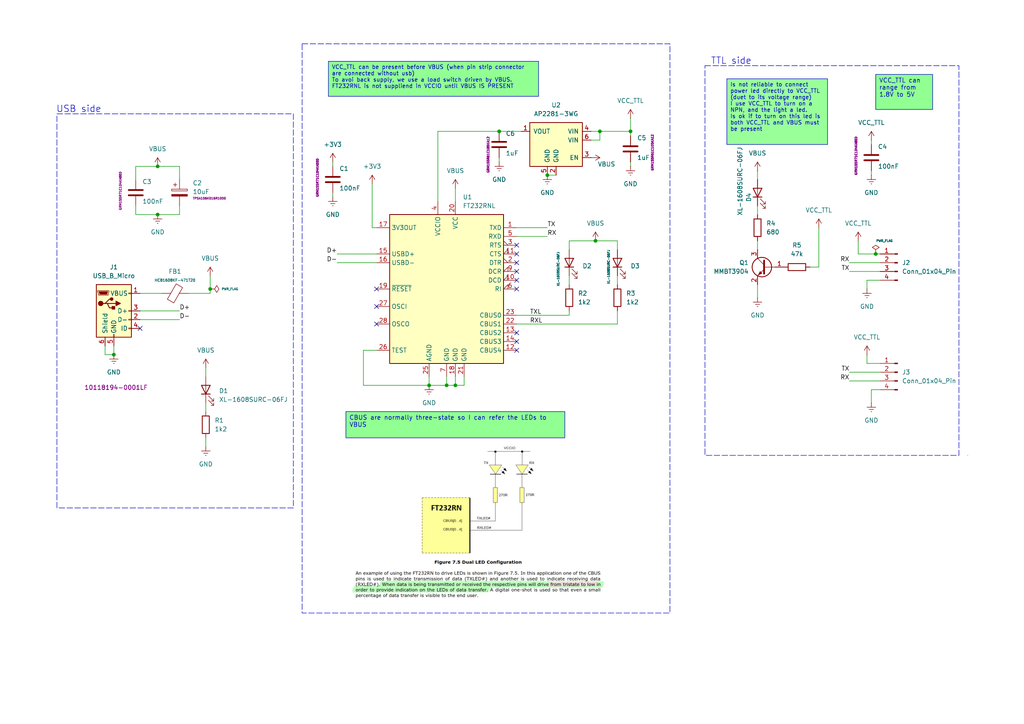
<source format=kicad_sch>
(kicad_sch (version 20250114) (generator "eeschema") (generator_version "9.0")
  (paper "A4")
  (title_block (title "Usb/TTL 1.8V to 5V interface") (date "2025-03-28") (rev "1") (company "Mastupristi Circuitry"))
  (lib_symbols
    (symbol "Connector:Conn_01x04_Pin" (pin_names (offset 1.016) (hide yes))
      (property "Reference" "J" (at 0 5.08 0))
      (property "Value" "Conn_01x04_Pin" (at 0 -7.62 0))
      (symbol "Conn_01x04_Pin_1_1"
        (rectangle (start 0.8636 2.667) (end 0 2.413) (stroke (width 0.1524)) (fill (type outline)))
        (rectangle (start 0.8636 0.127) (end 0 -0.127) (stroke (width 0.1524)) (fill (type outline)))
        (rectangle (start 0.8636 -2.413) (end 0 -2.667) (stroke (width 0.1524)) (fill (type outline)))
        (rectangle (start 0.8636 -4.953) (end 0 -5.207) (stroke (width 0.1524)) (fill (type outline)))
        (polyline (pts (xy 1.27 2.54) (xy 0.8636 2.54)) (stroke (width 0.1524)))
        (polyline (pts (xy 1.27 0) (xy 0.8636 0)) (stroke (width 0.1524)))
        (polyline (pts (xy 1.27 -2.54) (xy 0.8636 -2.54)) (stroke (width 0.1524)))
        (polyline (pts (xy 1.27 -5.08) (xy 0.8636 -5.08)) (stroke (width 0.1524)))
        (pin passive line (at 5.08 2.54 180) (length 3.81) (name "Pin_1") (number "1"))
        (pin passive line (at 5.08 0 180) (length 3.81) (name "Pin_2") (number "2"))
        (pin passive line (at 5.08 -2.54 180) (length 3.81) (name "Pin_3") (number "3"))
        (pin passive line (at 5.08 -5.08 180) (length 3.81) (name "Pin_4") (number "4"))
      )
    )
    (symbol "Connector:USB_B_Micro" (pin_names (offset 1.016))
      (property "Reference" "J" (at -5.08 11.43 0))
      (property "Value" "USB_B_Micro" (at -5.08 8.89 0))
      (symbol "USB_B_Micro_0_1"
        (rectangle (start -5.08 -7.62) (end 5.08 7.62) (stroke (width 0.254)) (fill (type background)))
        (polyline (pts (xy -4.699 5.842) (xy -4.699 5.588) (xy -4.445 4.826) (xy -4.445 4.572) (xy -1.651 4.572) (xy -1.651 4.826) (xy -1.397 5.588) (xy -1.397 5.842) (xy -4.699 5.842)))
        (polyline (pts (xy -4.318 5.588) (xy -1.778 5.588) (xy -2.032 4.826) (xy -4.064 4.826) (xy -4.318 5.588)) (fill (type outline)))
        (circle (center -3.81 2.159) (radius 0.635) (stroke (width 0.254)) (fill (type outline)))
        (polyline (pts (xy -3.175 2.159) (xy -2.54 2.159) (xy -1.27 3.429) (xy -0.635 3.429)) (stroke (width 0.254)))
        (polyline (pts (xy -2.54 2.159) (xy -1.905 2.159) (xy -1.27 0.889) (xy 0 0.889)) (stroke (width 0.254)))
        (polyline (pts (xy -1.905 2.159) (xy 0.635 2.159)) (stroke (width 0.254)))
        (circle (center -0.635 3.429) (radius 0.381) (stroke (width 0.254)) (fill (type outline)))
        (rectangle (start -0.127 -7.62) (end 0.127 -6.858))
        (rectangle (start 0.254 1.27) (end -0.508 0.508) (stroke (width 0.254)) (fill (type outline)))
        (polyline (pts (xy 0.635 2.794) (xy 0.635 1.524) (xy 1.905 2.159) (xy 0.635 2.794)) (stroke (width 0.254)) (fill (type outline)))
        (rectangle (start 5.08 4.953) (end 4.318 5.207))
        (rectangle (start 5.08 -0.127) (end 4.318 0.127))
        (rectangle (start 5.08 -2.667) (end 4.318 -2.413))
        (rectangle (start 5.08 -5.207) (end 4.318 -4.953))
      )
      (symbol "USB_B_Micro_1_1"
        (pin passive line (at -2.54 -10.16 90) (length 2.54) (name "Shield") (number "6"))
        (pin power_out line (at 0 -10.16 90) (length 2.54) (name "GND") (number "5"))
        (pin power_out line (at 7.62 5.08 180) (length 2.54) (name "VBUS") (number "1"))
        (pin bidirectional line (at 7.62 0 180) (length 2.54) (name "D+") (number "3"))
        (pin bidirectional line (at 7.62 -2.54 180) (length 2.54) (name "D-") (number "2"))
        (pin passive line (at 7.62 -5.08 180) (length 2.54) (name "ID") (number "4"))
      )
    )
    (symbol "Device:C" (pin_numbers (hide yes)) (pin_names (offset 0.254))
      (property "Reference" "C" (at 0.635 2.54 0))
      (property "Value" "C" (at 0.635 -2.54 0))
      (symbol "C_0_1"
        (polyline (pts (xy -2.032 0.762) (xy 2.032 0.762)) (stroke (width 0.508)))
        (polyline (pts (xy -2.032 -0.762) (xy 2.032 -0.762)) (stroke (width 0.508)))
      )
      (symbol "C_1_1"
        (pin passive line (at 0 3.81 270) (length 2.794) (name "~") (number "1"))
        (pin passive line (at 0 -3.81 90) (length 2.794) (name "~") (number "2"))
      )
    )
    (symbol "Device:C_Polarized" (pin_numbers (hide yes)) (pin_names (offset 0.254))
      (property "Reference" "C" (at 0.635 2.54 0))
      (property "Value" "C_Polarized" (at 0.635 -2.54 0))
      (symbol "C_Polarized_0_1"
        (rectangle (start -2.286 0.508) (end 2.286 1.016))
        (polyline (pts (xy -1.778 2.286) (xy -0.762 2.286)))
        (polyline (pts (xy -1.27 2.794) (xy -1.27 1.778)))
        (rectangle (start 2.286 -0.508) (end -2.286 -1.016) (fill (type outline)))
      )
      (symbol "C_Polarized_1_1"
        (pin passive line (at 0 3.81 270) (length 2.794) (name "~") (number "1"))
        (pin passive line (at 0 -3.81 90) (length 2.794) (name "~") (number "2"))
      )
    )
    (symbol "Device:FerriteBead" (pin_numbers (hide yes)) (pin_names (offset 0))
      (property "Reference" "FB" (at -3.81 0.635 90))
      (property "Value" "FerriteBead" (at 3.81 0 90))
      (symbol "FerriteBead_0_1"
        (polyline (pts (xy -2.7686 0.4064) (xy -1.7018 2.2606) (xy 2.7686 -0.3048) (xy 1.6764 -2.159) (xy -2.7686 0.4064)))
        (polyline (pts (xy 0 1.27) (xy 0 1.2954)))
        (polyline (pts (xy 0 -1.27) (xy 0 -1.2192)))
      )
      (symbol "FerriteBead_1_1"
        (pin passive line (at 0 3.81 270) (length 2.54) (name "~") (number "1"))
        (pin passive line (at 0 -3.81 90) (length 2.54) (name "~") (number "2"))
      )
    )
    (symbol "Device:LED" (pin_numbers (hide yes)) (pin_names (offset 1.016) (hide yes))
      (property "Reference" "D" (at 0 2.54 0))
      (property "Value" "LED" (at 0 -2.54 0))
      (symbol "LED_0_1"
        (polyline (pts (xy -3.048 -0.762) (xy -4.572 -2.286) (xy -3.81 -2.286) (xy -4.572 -2.286) (xy -4.572 -1.524)))
        (polyline (pts (xy -1.778 -0.762) (xy -3.302 -2.286) (xy -2.54 -2.286) (xy -3.302 -2.286) (xy -3.302 -1.524)))
        (polyline (pts (xy -1.27 0) (xy 1.27 0)))
        (polyline (pts (xy -1.27 -1.27) (xy -1.27 1.27)) (stroke (width 0.254)))
        (polyline (pts (xy 1.27 -1.27) (xy 1.27 1.27) (xy -1.27 0) (xy 1.27 -1.27)) (stroke (width 0.254)))
      )
      (symbol "LED_1_1"
        (pin passive line (at -3.81 0 0) (length 2.54) (name "K") (number "1"))
        (pin passive line (at 3.81 0 180) (length 2.54) (name "A") (number "2"))
      )
    )
    (symbol "Device:R" (pin_numbers (hide yes)) (pin_names (offset 0))
      (property "Reference" "R" (at 2.032 0 90))
      (property "Value" "R" (at 0 0 90))
      (symbol "R_0_1"
        (rectangle (start -1.016 -2.54) (end 1.016 2.54) (stroke (width 0.254)))
      )
      (symbol "R_1_1"
        (pin passive line (at 0 3.81 270) (length 1.27) (name "~") (number "1"))
        (pin passive line (at 0 -3.81 90) (length 1.27) (name "~") (number "2"))
      )
    )
    (symbol "Transistor_BJT:MMBT3904" (pin_names (offset 0) (hide yes))
      (property "Reference" "Q" (at 5.08 1.905 0))
      (property "Value" "MMBT3904" (at 5.08 0 0))
      (symbol "MMBT3904_0_1"
        (polyline (pts (xy -2.54 0) (xy 0.635 0)))
        (polyline (pts (xy 0.635 1.905) (xy 0.635 -1.905)) (stroke (width 0.508)))
        (circle (center 1.27 0) (radius 2.8194) (stroke (width 0.254)))
      )
      (symbol "MMBT3904_1_1"
        (polyline (pts (xy 0.635 0.635) (xy 2.54 2.54)))
        (polyline (pts (xy 0.635 -0.635) (xy 2.54 -2.54)))
        (polyline (pts (xy 1.27 -1.778) (xy 1.778 -1.27) (xy 2.286 -2.286) (xy 1.27 -1.778)) (fill (type outline)))
        (pin input line (at -5.08 0 0) (length 2.54) (name "B") (number "1"))
        (pin passive line (at 2.54 5.08 270) (length 2.54) (name "C") (number "3"))
        (pin passive line (at 2.54 -5.08 90) (length 2.54) (name "E") (number "2"))
      )
    )
    (symbol "power:+3V3" (power) (pin_numbers (hide yes)) (pin_names (offset 0) (hide yes))
      (property "Value" "+3V3" (at 0 3.556 0))
      (symbol "+3V3_0_1"
        (polyline (pts (xy -0.762 1.27) (xy 0 2.54)))
        (polyline (pts (xy 0 2.54) (xy 0.762 1.27)))
        (polyline (pts (xy 0 0) (xy 0 2.54)))
      )
      (symbol "+3V3_1_1"
        (pin power_in line (at 0 0 90) (length 0) (name "~") (number "1"))
      )
    )
    (symbol "power:GNDREF" (power) (pin_numbers (hide yes)) (pin_names (offset 0) (hide yes))
      (property "Value" "GNDREF" (at 0 -3.81 0))
      (symbol "GNDREF_0_1"
        (polyline (pts (xy -0.635 -1.905) (xy 0.635 -1.905)))
        (polyline (pts (xy -0.127 -2.54) (xy 0.127 -2.54)))
        (polyline (pts (xy 0 -1.27) (xy 0 0)))
        (polyline (pts (xy 1.27 -1.27) (xy -1.27 -1.27)))
      )
      (symbol "GNDREF_1_1"
        (pin power_in line (at 0 0 270) (length 0) (name "~") (number "1"))
      )
    )
    (symbol "power:PWR_FLAG" (power) (pin_numbers (hide yes)) (pin_names (offset 0) (hide yes))
      (property "Value" "PWR_FLAG" (at 0 3.81 0))
      (symbol "PWR_FLAG_0_0"
        (pin power_out line (at 0 0 90) (length 0) (name "~") (number "1"))
      )
      (symbol "PWR_FLAG_0_1"
        (polyline (pts (xy 0 0) (xy 0 1.27) (xy -1.016 1.905) (xy 0 2.54) (xy 1.016 1.905) (xy 0 1.27)))
      )
    )
    (symbol "power:VBUS" (power) (pin_numbers (hide yes)) (pin_names (offset 0) (hide yes))
      (property "Value" "VBUS" (at 0 3.556 0))
      (symbol "VBUS_0_1"
        (polyline (pts (xy -0.762 1.27) (xy 0 2.54)))
        (polyline (pts (xy 0 2.54) (xy 0.762 1.27)))
        (polyline (pts (xy 0 0) (xy 0 2.54)))
      )
      (symbol "VBUS_1_1"
        (pin power_in line (at 0 0 90) (length 0) (name "~") (number "1"))
      )
    )
    (symbol "power:VCC" (power) (pin_numbers (hide yes)) (pin_names (offset 0) (hide yes))
      (property "Value" "VCC" (at 0 3.556 0))
      (symbol "VCC_0_1"
        (polyline (pts (xy -0.762 1.27) (xy 0 2.54)))
        (polyline (pts (xy 0 2.54) (xy 0.762 1.27)))
        (polyline (pts (xy 0 0) (xy 0 2.54)))
      )
      (symbol "VCC_1_1"
        (pin power_in line (at 0 0 90) (length 0) (name "~") (number "1"))
      )
    )
    (symbol "usb_uart_1V8:AP2281-3WG" (pin_names (offset 1.016))
      (property "Reference" "U" (at -7.62 8.89 0))
      (property "Value" "AP2281-3WG" (at 7.62 8.89 0))
      (symbol "AP2281-3WG_0_1"
        (rectangle (start -7.62 7.62) (end 7.62 -5.08) (stroke (width 0.254)) (fill (type background)))
      )
      (symbol "AP2281-3WG_1_1"
        (pin power_in line (at -10.16 5.08 0) (length 2.54) (name "VIN") (number "4"))
        (pin power_in line (at -10.16 2.54 0) (length 2.54) (name "VIN") (number "6"))
        (pin input line (at -10.16 -2.54 0) (length 2.54) (name "EN") (number "3"))
        (pin power_in line (at 0 -7.62 90) (length 2.54) (name "GND") (number "2"))
        (pin power_in line (at 2.54 -7.62 90) (length 2.54) (name "GND") (number "5"))
        (pin power_out line (at 10.16 5.08 180) (length 2.54) (name "VOUT") (number "1"))
      )
    )
    (symbol "usb_uart_1V8:FT232RNL"
      (property "Reference" "U" (at -16.51 22.86 0))
      (property "Value" "FT232RNL" (at 10.16 22.86 0))
      (symbol "FT232RNL_0_1"
        (rectangle (start -16.51 21.59) (end 16.51 -21.59) (stroke (width 0.254)) (fill (type background)))
      )
      (symbol "FT232RNL_1_1"
        (pin power_out line (at -20.32 17.78 0) (length 3.81) (name "3V3OUT") (number "17"))
        (pin bidirectional line (at -20.32 10.16 0) (length 3.81) (name "USBD+") (number "15"))
        (pin bidirectional line (at -20.32 7.62 0) (length 3.81) (name "USBD-") (number "16"))
        (pin input line (at -20.32 0 0) (length 3.81) (name "~{RESET}") (number "19"))
        (pin input line (at -20.32 -5.08 0) (length 3.81) (name "OSCI") (number "27"))
        (pin output line (at -20.32 -10.16 0) (length 3.81) (name "OSCO") (number "28"))
        (pin input line (at -20.32 -17.78 0) (length 3.81) (name "TEST") (number "26"))
        (pin power_in line (at -5.08 -25.4 90) (length 3.81) (name "AGND") (number "25"))
        (pin power_in line (at -2.54 25.4 270) (length 3.81) (name "VCCIO") (number "4"))
        (pin power_in line (at 0 -25.4 90) (length 3.81) (name "GND") (number "7"))
        (pin power_in line (at 2.54 25.4 270) (length 3.81) (name "VCC") (number "20"))
        (pin power_in line (at 2.54 -25.4 90) (length 3.81) (name "GND") (number "18"))
        (pin power_in line (at 5.08 -25.4 90) (length 3.81) (name "GND") (number "21"))
        (pin output line (at 20.32 17.78 180) (length 3.81) (name "TXD") (number "1"))
        (pin input line (at 20.32 15.24 180) (length 3.81) (name "RXD") (number "5"))
        (pin output output_low (at 20.32 12.7 180) (length 3.81) (name "RTS") (number "3"))
        (pin input input_low (at 20.32 10.16 180) (length 3.81) (name "CTS") (number "11"))
        (pin output output_low (at 20.32 7.62 180) (length 3.81) (name "DTR") (number "2"))
        (pin input input_low (at 20.32 5.08 180) (length 3.81) (name "DCR") (number "9"))
        (pin input input_low (at 20.32 2.54 180) (length 3.81) (name "DCD") (number "10"))
        (pin input input_low (at 20.32 0 180) (length 3.81) (name "RI") (number "6"))
        (pin bidirectional line (at 20.32 -7.62 180) (length 3.81) (name "CBUS0") (number "23"))
        (pin bidirectional line (at 20.32 -10.16 180) (length 3.81) (name "CBUS1") (number "22"))
        (pin bidirectional line (at 20.32 -12.7 180) (length 3.81) (name "CBUS2") (number "13"))
        (pin bidirectional line (at 20.32 -15.24 180) (length 3.81) (name "CBUS3") (number "14"))
        (pin bidirectional line (at 20.32 -17.78 180) (length 3.81) (name "CBUS4") (number "12"))
      )
    )
  )
  (rectangle (start 204.47 19.05) (end 278.13 132.08) (stroke (width 0) (type dash)))
  (rectangle (start 280.67 132.08) (end 280.67 132.08))
  (rectangle (start 16.51 33.02) (end 85.09 147.32) (stroke (width 0) (type dash)))
  (rectangle (start 87.63 12.7) (end 194.31 177.8) (stroke (width 0) (type dash)))
  (text "USB side" (at 22.86 31.75 0) (effects (font (size 1.905 1.905))))
  (text "TTL side" (at 212.09 17.78 0) (effects (font (size 1.905 1.905))))
  (text_box "CBUS are normally three-state so I can refer the LEDs to VBUS" (at 100.33 119.38 0) (size 63.5 7.62) (margins 0.9525 0.9525 0.9525 0.9525) (fill (type color) (color 0 255 0 0.43)) (effects (font (size 1.27 1.27)) (justify left top)))
  (text_box "VCC_TTL can be present before VBUS (when pin strip connector are connected without usb)\nTo avoi back supply, we use a load switch driven by VBUS. FT232RNL is not suppliend in VCCIO until VBUS IS PRESENT" (at 95.25 17.78 0) (size 60.96 10.16) (margins 0.9525 0.9525 0.9525 0.9525) (fill (type color) (color 0 255 0 0.43)) (effects (font (size 1.143 1.143)) (justify left top)))
  (text_box "VCC_TTL can range from 1.8V to 5V" (at 254 21.59 0) (size 16.51 10.16) (margins 0.9525 0.9525 0.9525 0.9525) (fill (type color) (color 0 255 0 0.43)) (effects (font (size 1.27 1.27)) (justify left top)))
  (text_box "Is not reliable to connect power led directly to VCC_TTL (duet to its voltage range)\nI use VCC_TTL to turn on a NPN, and the light a led.\nIs ok if to turn on this led is both VCC_TTL and VBUS must be present" (at 210.82 22.86 0) (size 29.21 19.05) (margins 0.9525 0.9525 0.9525 0.9525) (fill (type color) (color 0 255 0 0.4)) (effects (font (size 1.143 1.143)) (justify left top)))
  (junction (at 45.72 48.26))
  (junction (at 124.46 111.76))
  (junction (at 254 73.66))
  (junction (at 33.02 102.87))
  (junction (at 144.78 38.1))
  (junction (at 182.88 38.1))
  (junction (at 45.72 62.23))
  (junction (at 132.08 111.76))
  (junction (at 158.75 50.8))
  (junction (at 60.96 83.82))
  (junction (at 129.54 111.76))
  (junction (at 173.99 38.1))
  (junction (at 172.72 69.85))
  (no_connect (at 109.22 88.9))
  (no_connect (at 149.86 83.82))
  (no_connect (at 109.22 83.82))
  (no_connect (at 149.86 81.28))
  (no_connect (at 109.22 93.98))
  (no_connect (at 149.86 76.2))
  (no_connect (at 40.64 95.25))
  (no_connect (at 149.86 96.52))
  (no_connect (at 149.86 73.66))
  (no_connect (at 149.86 78.74))
  (no_connect (at 149.86 101.6))
  (no_connect (at 149.86 71.12))
  (no_connect (at 149.86 99.06))
  (wire (pts (xy 45.72 62.23) (xy 52.07 62.23)))
  (wire (pts (xy 165.1 69.85) (xy 172.72 69.85)))
  (wire (pts (xy 255.27 73.66) (xy 254 73.66)))
  (wire (pts (xy 179.07 80.01) (xy 179.07 82.55)))
  (wire (pts (xy 30.48 102.87) (xy 33.02 102.87)))
  (wire (pts (xy 144.78 45.72) (xy 144.78 46.99)))
  (wire (pts (xy 52.07 48.26) (xy 52.07 52.07)))
  (wire (pts (xy 129.54 111.76) (xy 132.08 111.76)))
  (wire (pts (xy 30.48 100.33) (xy 30.48 102.87)))
  (wire (pts (xy 107.95 66.04) (xy 107.95 53.34)))
  (wire (pts (xy 254 73.66) (xy 248.92 73.66)))
  (wire (pts (xy 59.69 127) (xy 59.69 129.54)))
  (wire (pts (xy 255.27 105.41) (xy 251.46 105.41)))
  (wire (pts (xy 255.27 76.2) (xy 246.38 76.2)))
  (wire (pts (xy 105.41 101.6) (xy 109.22 101.6)))
  (wire (pts (xy 237.49 66.04) (xy 237.49 77.47)))
  (wire (pts (xy 40.64 85.09) (xy 46.99 85.09)))
  (wire (pts (xy 151.13 38.1) (xy 144.78 38.1)))
  (wire (pts (xy 54.61 85.09) (xy 60.96 85.09)))
  (wire (pts (xy 132.08 109.22) (xy 132.08 111.76)))
  (wire (pts (xy 219.71 82.55) (xy 219.71 86.36)))
  (wire (pts (xy 109.22 66.04) (xy 107.95 66.04)))
  (wire (pts (xy 173.99 40.64) (xy 173.99 38.1)))
  (wire (pts (xy 179.07 93.98) (xy 179.07 90.17)))
  (wire (pts (xy 60.96 80.01) (xy 60.96 83.82)))
  (wire (pts (xy 182.88 38.1) (xy 182.88 39.37)))
  (wire (pts (xy 165.1 72.39) (xy 165.1 69.85)))
  (wire (pts (xy 40.64 92.71) (xy 52.07 92.71)))
  (wire (pts (xy 251.46 102.87) (xy 251.46 105.41)))
  (wire (pts (xy 127 38.1) (xy 127 58.42)))
  (wire (pts (xy 171.45 38.1) (xy 173.99 38.1)))
  (wire (pts (xy 105.41 111.76) (xy 105.41 101.6)))
  (wire (pts (xy 219.71 59.69) (xy 219.71 62.23)))
  (wire (pts (xy 161.29 50.8) (xy 158.75 50.8)))
  (wire (pts (xy 179.07 69.85) (xy 179.07 72.39)))
  (wire (pts (xy 39.37 62.23) (xy 45.72 62.23)))
  (wire (pts (xy 132.08 111.76) (xy 134.62 111.76)))
  (wire (pts (xy 248.92 73.66) (xy 248.92 69.85)))
  (wire (pts (xy 149.86 68.58) (xy 158.75 68.58)))
  (wire (pts (xy 172.72 69.85) (xy 179.07 69.85)))
  (wire (pts (xy 182.88 46.99) (xy 182.88 48.26)))
  (wire (pts (xy 39.37 48.26) (xy 39.37 52.07)))
  (wire (pts (xy 149.86 93.98) (xy 179.07 93.98)))
  (wire (pts (xy 96.52 46.99) (xy 96.52 48.26)))
  (wire (pts (xy 149.86 66.04) (xy 158.75 66.04)))
  (wire (pts (xy 237.49 77.47) (xy 234.95 77.47)))
  (wire (pts (xy 171.45 40.64) (xy 173.99 40.64)))
  (wire (pts (xy 255.27 113.03) (xy 252.73 113.03)))
  (wire (pts (xy 60.96 83.82) (xy 60.96 85.09)))
  (wire (pts (xy 124.46 111.76) (xy 105.41 111.76)))
  (wire (pts (xy 59.69 106.68) (xy 59.69 109.22)))
  (wire (pts (xy 165.1 80.01) (xy 165.1 82.55)))
  (wire (pts (xy 39.37 48.26) (xy 45.72 48.26)))
  (wire (pts (xy 219.71 49.53) (xy 219.71 52.07)))
  (wire (pts (xy 252.73 113.03) (xy 252.73 116.84)))
  (wire (pts (xy 124.46 111.76) (xy 129.54 111.76)))
  (wire (pts (xy 129.54 109.22) (xy 129.54 111.76)))
  (wire (pts (xy 127 38.1) (xy 144.78 38.1)))
  (wire (pts (xy 109.22 73.66) (xy 97.79 73.66)))
  (wire (pts (xy 255.27 78.74) (xy 246.38 78.74)))
  (wire (pts (xy 52.07 62.23) (xy 52.07 59.69)))
  (wire (pts (xy 59.69 116.84) (xy 59.69 119.38)))
  (wire (pts (xy 132.08 54.61) (xy 132.08 58.42)))
  (wire (pts (xy 45.72 48.26) (xy 52.07 48.26)))
  (wire (pts (xy 109.22 76.2) (xy 97.79 76.2)))
  (wire (pts (xy 252.73 40.64) (xy 252.73 41.91)))
  (wire (pts (xy 149.86 91.44) (xy 165.1 91.44)))
  (wire (pts (xy 124.46 109.22) (xy 124.46 111.76)))
  (wire (pts (xy 251.46 81.28) (xy 251.46 83.82)))
  (wire (pts (xy 39.37 59.69) (xy 39.37 62.23)))
  (wire (pts (xy 165.1 90.17) (xy 165.1 91.44)))
  (wire (pts (xy 255.27 110.49) (xy 246.38 110.49)))
  (wire (pts (xy 182.88 38.1) (xy 182.88 34.29)))
  (wire (pts (xy 252.73 49.53) (xy 252.73 50.8)))
  (wire (pts (xy 251.46 81.28) (xy 255.27 81.28)))
  (wire (pts (xy 134.62 111.76) (xy 134.62 109.22)))
  (wire (pts (xy 219.71 69.85) (xy 219.71 72.39)))
  (wire (pts (xy 40.64 90.17) (xy 52.07 90.17)))
  (wire (pts (xy 255.27 107.95) (xy 246.38 107.95)))
  (wire (pts (xy 33.02 100.33) (xy 33.02 102.87)))
  (wire (pts (xy 173.99 38.1) (xy 182.88 38.1)))
  (wire (pts (xy 96.52 55.88) (xy 96.52 57.15)))
  (image (at 138.43 151.13) (scale 0.714144))
  (label "RX" (at 158.75 68.58 0))
  (label "RXL" (at 153.67 93.98 0))
  (label "D-" (at 52.07 92.71 0))
  (label "TXL" (at 153.67 91.44 0))
  (label "TX" (at 158.75 66.04 0))
  (label "RX" (at 246.38 76.2 180))
  (label "RX" (at 246.38 110.49 180))
  (label "D+" (at 97.79 73.66 180))
  (label "TX" (at 246.38 107.95 180))
  (label "TX" (at 246.38 78.74 180))
  (label "D+" (at 52.07 90.17 0))
  (label "D-" (at 97.79 76.2 180))
  (symbol (lib_id "Device:R") (at 231.14 77.47 90) (unit 1)
    (property "Reference" "R5" (at 231.14 71.12 90))
    (property "Value" "47k" (at 231.14 73.66 90))
    (property "Footprint" "Resistor_SMD:R_0402_1005Metric" (effects (hide yes)))
    (property "Datasheet" "https://jlcpcb.com/api/file/downloadByFileSystemAccessId/8579705927001427968" (effects (hide yes)))
    (property "Description" "62.5mW Thick Film Resistors 50V ±100ppm/℃ ±1% 47kΩ 0402 Chip Resistor" (effects (hide yes)))
    (property "JLCPCB Part#" "C25792" (effects (hide yes)))
    (property "Field6" "0402WGF4702TCE" (effects (hide yes)))
  )
  (symbol (lib_id "Device:C") (at 39.37 55.88 0) (unit 1)
    (property "Reference" "C3" (at 41.275 52.705 0) (effects (justify left)))
    (property "Value" "100nF" (at 41.275 58.42 0) (effects (justify left)))
    (property "Footprint" "Capacitor_SMD:C_0402_1005Metric" (effects (hide yes)))
    (property "Datasheet" "https://jlcpcb.com/api/file/downloadByFileSystemAccessId/8588894173265342464" (effects (hide yes)))
    (property "Description" "GRM155R71C104KA88D" (at 34.925 60.96 90) (effects (font (size 0.635 0.635)) (justify left)))
    (property "JLCPCB Part#" "C71629" (effects (hide yes)))
  )
  (symbol (lib_id "usb_uart_1V8:AP2281-3WG") (at 161.29 43.18 0) (mirror y) (unit 1)
    (property "Reference" "U2" (at 161.29 30.48 0))
    (property "Value" "AP2281-3WG" (at 161.29 33.02 0))
    (property "Footprint" "Package_TO_SOT_SMD:SOT-23-6" (effects (hide yes)))
    (property "Datasheet" "https://www.diodes.com/datasheet/download/AP2281.pdf" (effects (hide yes)))
    (property "Description" "1.5V~6V 80mΩ 2A 1 SOT-26 Power Distribution Switches" (effects (hide yes)))
    (property "JLCPCB Part#" "C128634" (effects (hide yes)))
  )
  (symbol (lib_id "power:GNDREF") (at 144.78 46.99 0) (unit 1)
    (property "Reference" "#PWR024" (effects (hide yes)))
    (property "Value" "GND" (at 144.78 52.07 0))
    (property "Description" "Power symbol creates a global label with name \"GNDREF\" , reference supply ground" (effects (hide yes)))
  )
  (symbol (lib_id "power:GNDREF") (at 33.02 102.87 0) (unit 1)
    (property "Reference" "#PWR08" (effects (hide yes)))
    (property "Value" "GND" (at 33.02 107.95 0))
    (property "Description" "Power symbol creates a global label with name \"GNDREF\" , reference supply ground" (effects (hide yes)))
  )
  (symbol (lib_id "Device:LED") (at 165.1 76.2 90) (unit 1)
    (property "Reference" "D2" (at 168.91 77.1524 90) (effects (justify right)))
    (property "Value" "XL-1608SURC-06FJ" (at 161.925 73.025 0) (effects (font (size 0.635 0.635)) (justify right)))
    (property "Footprint" "LED_SMD:LED_0603_1608Metric" (effects (hide yes)))
    (property "Datasheet" "https://jlcpcb.com/api/file/downloadByFileSystemAccessId/8590903609712189440" (effects (hide yes)))
    (property "Description" "20mA Colorless transparent lens 600mcd Positive Stick 618nm~630nm -40℃~+90℃ Red 120° 75mW 1.8V~2.3V 0603 LED Indication" (effects (hide yes)))
    (property "Sim.Pins" "1=K 2=A" (effects (hide yes)))
    (property "JLCPCB Part#" "C7371900" (effects (hide yes)))
  )
  (symbol (lib_id "power:VCC") (at 252.73 40.64 0) (mirror y) (unit 1)
    (property "Reference" "#PWR016" (effects (hide yes)))
    (property "Value" "VCC_TTL" (at 252.73 35.56 0))
    (property "Description" "Power symbol creates a global label with name \"VCC\"" (effects (hide yes)))
  )
  (symbol (lib_id "power:VBUS") (at 45.72 48.26 0) (unit 1)
    (property "Reference" "#PWR010" (effects (hide yes)))
    (property "Value" "VBUS" (at 45.72 43.18 0))
    (property "Description" "Power symbol creates a global label with name \"VBUS\"" (effects (hide yes)))
  )
  (symbol (lib_id "power:GNDREF") (at 251.46 83.82 0) (mirror y) (unit 1)
    (property "Reference" "#PWR04" (effects (hide yes)))
    (property "Value" "GND" (at 251.46 88.9 0))
    (property "Description" "Power symbol creates a global label with name \"GNDREF\" , reference supply ground" (effects (hide yes)))
  )
  (symbol (lib_id "power:GNDREF") (at 96.52 57.15 0) (unit 1)
    (property "Reference" "#PWR015" (effects (hide yes)))
    (property "Value" "GND" (at 96.52 62.23 0))
    (property "Description" "Power symbol creates a global label with name \"GNDREF\" , reference supply ground" (effects (hide yes)))
  )
  (symbol (lib_id "power:GNDREF") (at 45.72 62.23 0) (unit 1)
    (property "Reference" "#PWR011" (effects (hide yes)))
    (property "Value" "GND" (at 45.72 67.31 0))
    (property "Description" "Power symbol creates a global label with name \"GNDREF\" , reference supply ground" (effects (hide yes)))
  )
  (symbol (lib_id "power:GNDREF") (at 252.73 116.84 0) (mirror y) (unit 1)
    (property "Reference" "#PWR03" (effects (hide yes)))
    (property "Value" "GND" (at 252.73 121.92 0))
    (property "Description" "Power symbol creates a global label with name \"GNDREF\" , reference supply ground" (effects (hide yes)))
  )
  (symbol (lib_id "Device:LED") (at 219.71 55.88 90) (unit 1)
    (property "Reference" "D4" (at 217.17 55.88 0) (effects (justify right)))
    (property "Value" "XL-1608SURC-06FJ" (at 214.63 42.545 0) (effects (justify right)))
    (property "Footprint" "LED_SMD:LED_0603_1608Metric" (effects (hide yes)))
    (property "Datasheet" "https://jlcpcb.com/api/file/downloadByFileSystemAccessId/8590903609712189440" (effects (hide yes)))
    (property "Description" "20mA Colorless transparent lens 600mcd Positive Stick 618nm~630nm -40℃~+90℃ Red 120° 75mW 1.8V~2.3V 0603 LED Indication" (effects (hide yes)))
    (property "Sim.Pins" "1=K 2=A" (effects (hide yes)))
    (property "JLCPCB Part#" "C7371900" (effects (hide yes)))
  )
  (symbol (lib_id "Device:R") (at 59.69 123.19 0) (unit 1)
    (property "Reference" "R1" (at 62.23 121.9199 0) (effects (justify left)))
    (property "Value" "1k2" (at 62.23 124.4599 0) (effects (justify left)))
    (property "Footprint" "Resistor_SMD:R_0402_1005Metric" (effects (hide yes)))
    (property "Description" "62.5mW Thick Film Resistors 50V ±100ppm/℃ ±1% 1.2kΩ 0402 Chip Resistor" (effects (hide yes)))
    (property "JLCPCB Part#" "C25862" (effects (hide yes)))
    (property "Field6" "0402WGF1201TCE" (effects (hide yes)))
  )
  (symbol (lib_id "power:VBUS") (at 171.45 45.72 270) (mirror x) (unit 1)
    (property "Reference" "#PWR020" (effects (hide yes)))
    (property "Value" "VBUS" (at 173.355 47.625 90) (effects (justify left)))
    (property "Description" "Power symbol creates a global label with name \"VBUS\"" (effects (hide yes)))
  )
  (symbol (lib_id "power:+3V3") (at 107.95 53.34 0) (unit 1)
    (property "Reference" "#PWR06" (effects (hide yes)))
    (property "Value" "+3V3" (at 107.95 48.26 0))
    (property "Description" "Power symbol creates a global label with name \"+3V3\"" (effects (hide yes)))
  )
  (symbol (lib_id "Device:LED") (at 179.07 76.2 90) (unit 1)
    (property "Reference" "D3" (at 182.88 77.1524 90) (effects (justify right)))
    (property "Value" "XL-1608SURC-06FJ" (at 176.53 72.39 0) (effects (font (size 0.635 0.635)) (justify right)))
    (property "Footprint" "LED_SMD:LED_0603_1608Metric" (effects (hide yes)))
    (property "Datasheet" "https://jlcpcb.com/api/file/downloadByFileSystemAccessId/8590903609712189440" (effects (hide yes)))
    (property "Description" "20mA Colorless transparent lens 600mcd Positive Stick 618nm~630nm -40℃~+90℃ Red 120° 75mW 1.8V~2.3V 0603 LED Indication" (effects (hide yes)))
    (property "Sim.Pins" "1=K 2=A" (effects (hide yes)))
    (property "JLCPCB Part#" "C7371900" (effects (hide yes)))
  )
  (symbol (lib_id "Connector:Conn_01x04_Pin") (at 260.35 76.2 0) (mirror y) (unit 1)
    (property "Reference" "J2" (at 261.62 76.1999 0) (effects (justify right)))
    (property "Value" "Conn_01x04_Pin" (at 261.62 78.7399 0) (effects (justify right)))
    (property "Footprint" "Connector_PinHeader_2.54mm:PinHeader_1x04_P2.54mm_Vertical" (effects (hide yes)))
    (property "Description" "Generic connector, single row, 01x04, script generated" (effects (hide yes)))
  )
  (symbol (lib_id "power:VBUS") (at 172.72 69.85 0) (unit 1)
    (property "Reference" "#PWR019" (effects (hide yes)))
    (property "Value" "VBUS" (at 172.72 64.77 0))
    (property "Description" "Power symbol creates a global label with name \"VBUS\"" (effects (hide yes)))
  )
  (symbol (lib_id "Device:C") (at 144.78 41.91 0) (unit 1)
    (property "Reference" "C6" (at 146.685 38.735 0) (effects (justify left)))
    (property "Value" "1uF" (at 146.685 44.45 0) (effects (justify left)))
    (property "Footprint" "Capacitor_SMD:C_0402_1005Metric" (effects (hide yes)))
    (property "Datasheet" "https://search.murata.co.jp/Ceramy/image/img/A01X/G101/ENG/GRM155R61C105KA12-01A.pdf" (effects (hide yes)))
    (property "Description" "GRM155R61C105KA12" (at 141.605 50.165 90) (effects (font (size 0.635 0.635)) (justify left)))
    (property "JLCPCB Part#" "C77006" (effects (hide yes)))
    (property "Field6" "16V 1uF X5R ±10% 0402 Multilayer Ceramic Capacitors" (effects (hide yes)))
  )
  (symbol (lib_id "power:VCC") (at 237.49 66.04 0) (mirror y) (unit 1)
    (property "Reference" "#PWR05" (effects (hide yes)))
    (property "Value" "VCC_TTL" (at 237.49 60.96 0))
    (property "Description" "Power symbol creates a global label with name \"VCC\"" (effects (hide yes)))
  )
  (symbol (lib_id "Device:FerriteBead") (at 50.8 85.09 90) (unit 1)
    (property "Reference" "FB1" (at 50.7492 78.74 90))
    (property "Value" "HCB1608KF-471T20" (at 50.7492 81.28 90) (effects (font (size 0.762 0.762))))
    (property "Footprint" "Resistor_SMD:R_0805_2012Metric" (effects (hide yes)))
    (property "Datasheet" "https://jlcpcb.com/api/file/downloadByFileSystemAccessId/8588932150485241856" (effects (hide yes)))
    (property "Description" "100mΩ ±25% 470Ω@100MHz 0603 Ferrite Beads" (effects (hide yes)))
    (property "JLCPCB Part#" "C356977" (effects (hide yes)))
  )
  (symbol (lib_id "power:VBUS") (at 60.96 80.01 0) (unit 1)
    (property "Reference" "#PWR09" (effects (hide yes)))
    (property "Value" "VBUS" (at 60.96 74.93 0))
    (property "Description" "Power symbol creates a global label with name \"VBUS\"" (effects (hide yes)))
  )
  (symbol (lib_id "power:VCC") (at 251.46 102.87 0) (mirror y) (unit 1)
    (property "Reference" "#PWR02" (effects (hide yes)))
    (property "Value" "VCC_TTL" (at 251.46 97.79 0))
    (property "Description" "Power symbol creates a global label with name \"VCC\"" (effects (hide yes)))
  )
  (symbol (lib_id "power:VBUS") (at 132.08 54.61 0) (unit 1)
    (property "Reference" "#PWR018" (effects (hide yes)))
    (property "Value" "VBUS" (at 132.08 49.53 0))
    (property "Description" "Power symbol creates a global label with name \"VBUS\"" (effects (hide yes)))
  )
  (symbol (lib_id "Device:C") (at 252.73 45.72 0) (unit 1)
    (property "Reference" "C4" (at 254.635 42.545 0) (effects (justify left)))
    (property "Value" "100nF" (at 254.635 48.26 0) (effects (justify left)))
    (property "Footprint" "Capacitor_SMD:C_0402_1005Metric" (effects (hide yes)))
    (property "Datasheet" "https://jlcpcb.com/api/file/downloadByFileSystemAccessId/8588894173265342464" (effects (hide yes)))
    (property "Description" "GRM155R71C104KA88D" (at 248.285 50.8 90) (effects (font (size 0.635 0.635)) (justify left)))
    (property "JLCPCB Part#" "C71629" (effects (hide yes)))
  )
  (symbol (lib_id "Device:LED") (at 59.69 113.03 90) (unit 1)
    (property "Reference" "D1" (at 63.5 113.3474 90) (effects (justify right)))
    (property "Value" "XL-1608SURC-06FJ" (at 63.5 115.8874 90) (effects (justify right)))
    (property "Footprint" "LED_SMD:LED_0603_1608Metric" (effects (hide yes)))
    (property "Datasheet" "https://jlcpcb.com/api/file/downloadByFileSystemAccessId/8590903609712189440" (effects (hide yes)))
    (property "Description" "20mA Colorless transparent lens 600mcd Positive Stick 618nm~630nm -40℃~+90℃ Red 120° 75mW 1.8V~2.3V 0603 LED Indication" (effects (hide yes)))
    (property "Sim.Pins" "1=K 2=A" (effects (hide yes)))
    (property "JLCPCB Part#" "C7371900" (effects (hide yes)))
  )
  (symbol (lib_id "power:GNDREF") (at 252.73 50.8 0) (unit 1)
    (property "Reference" "#PWR017" (effects (hide yes)))
    (property "Value" "GND" (at 252.73 55.88 0))
    (property "Description" "Power symbol creates a global label with name \"GNDREF\" , reference supply ground" (effects (hide yes)))
  )
  (symbol (lib_id "Device:R") (at 219.71 66.04 0) (unit 1)
    (property "Reference" "R4" (at 222.25 64.7699 0) (effects (justify left)))
    (property "Value" "680" (at 222.25 67.3099 0) (effects (justify left)))
    (property "Footprint" "Resistor_SMD:R_0402_1005Metric" (effects (hide yes)))
    (property "Datasheet" "https://jlcpcb.com/api/file/downloadByFileSystemAccessId/8579706055238078464" (effects (hide yes)))
    (property "Description" "62.5mW Thick Film Resistors 50V ±100ppm/℃ ±1% 680Ω 0402 Chip Resistor" (effects (hide yes)))
    (property "JLCPCB Part#" "C25130" (effects (hide yes)))
    (property "Field6" "0402WGF6800TCE" (effects (hide yes)))
  )
  (symbol (lib_id "power:VBUS") (at 59.69 106.68 0) (unit 1)
    (property "Reference" "#PWR012" (effects (hide yes)))
    (property "Value" "VBUS" (at 59.69 101.6 0))
    (property "Description" "Power symbol creates a global label with name \"VBUS\"" (effects (hide yes)))
  )
  (symbol (lib_id "Connector:USB_B_Micro") (at 33.02 90.17 0) (unit 1)
    (property "Reference" "J1" (at 33.02 77.47 0))
    (property "Value" "USB_B_Micro" (at 33.02 80.01 0))
    (property "Footprint" "Connector_USB:USB_Micro-B_Amphenol_10118194-0001LF_Horizontal" (effects (hide yes)))
    (property "Datasheet" "https://jlcpcb.com/api/file/downloadByFileSystemAccessId/8588905128988446720" (effects (hide yes)))
    (property "Description" "USB 2.0 1 5P Female -30℃~+80℃ Micro-B SMD USB Connectors" (effects (hide yes)))
    (property "JLCPCB Part#" "C132563" (effects (hide yes)))
    (property "Field6" "10118194-0001LF" (at 33.655 112.395 0))
  )
  (symbol (lib_id "Device:R") (at 165.1 86.36 0) (unit 1)
    (property "Reference" "R2" (at 167.64 85.0899 0) (effects (justify left)))
    (property "Value" "1k2" (at 167.64 87.6299 0) (effects (justify left)))
    (property "Footprint" "Resistor_SMD:R_0402_1005Metric" (effects (hide yes)))
    (property "Description" "62.5mW Thick Film Resistors 50V ±100ppm/℃ ±1% 1.2kΩ 0402 Chip Resistor" (effects (hide yes)))
    (property "JLCPCB Part#" "C25862" (effects (hide yes)))
    (property "Field6" "0402WGF1201TCE" (effects (hide yes)))
  )
  (symbol (lib_id "Connector:Conn_01x04_Pin") (at 260.35 107.95 0) (mirror y) (unit 1)
    (property "Reference" "J3" (at 261.62 107.9499 0) (effects (justify right)))
    (property "Value" "Conn_01x04_Pin" (at 261.62 110.4899 0) (effects (justify right)))
    (property "Footprint" "Connector_PinHeader_2.54mm:PinHeader_1x04_P2.54mm_Vertical" (effects (hide yes)))
    (property "Description" "Generic connector, single row, 01x04, script generated" (effects (hide yes)))
  )
  (symbol (lib_id "power:GNDREF") (at 59.69 129.54 0) (unit 1)
    (property "Reference" "#PWR013" (effects (hide yes)))
    (property "Value" "GND" (at 59.69 134.62 0))
    (property "Description" "Power symbol creates a global label with name \"GNDREF\" , reference supply ground" (effects (hide yes)))
  )
  (symbol (lib_id "power:GNDREF") (at 124.46 111.76 0) (unit 1)
    (property "Reference" "#PWR07" (effects (hide yes)))
    (property "Value" "GND" (at 124.46 116.84 0))
    (property "Description" "Power symbol creates a global label with name \"GNDREF\" , reference supply ground" (effects (hide yes)))
  )
  (symbol (lib_id "power:VCC") (at 248.92 69.85 0) (mirror y) (unit 1)
    (property "Reference" "#PWR01" (effects (hide yes)))
    (property "Value" "VCC_TTL" (at 248.92 64.77 0))
    (property "Description" "Power symbol creates a global label with name \"VCC\"" (effects (hide yes)))
  )
  (symbol (lib_id "power:GNDREF") (at 219.71 86.36 0) (unit 1)
    (property "Reference" "#PWR026" (effects (hide yes)))
    (property "Value" "GND" (at 219.71 91.44 0))
    (property "Description" "Power symbol creates a global label with name \"GNDREF\" , reference supply ground" (effects (hide yes)))
  )
  (symbol (lib_id "power:VCC") (at 182.88 34.29 0) (unit 1)
    (property "Reference" "#PWR021" (effects (hide yes)))
    (property "Value" "VCC_TTL" (at 182.88 29.21 0))
    (property "Description" "Power symbol creates a global label with name \"VCC\"" (effects (hide yes)))
  )
  (symbol (lib_id "power:GNDREF") (at 182.88 48.26 0) (unit 1)
    (property "Reference" "#PWR023" (effects (hide yes)))
    (property "Value" "GND" (at 182.88 53.34 0))
    (property "Description" "Power symbol creates a global label with name \"GNDREF\" , reference supply ground" (effects (hide yes)))
  )
  (symbol (lib_id "Device:R") (at 179.07 86.36 0) (unit 1)
    (property "Reference" "R3" (at 181.61 85.0899 0) (effects (justify left)))
    (property "Value" "1k2" (at 181.61 87.6299 0) (effects (justify left)))
    (property "Footprint" "Resistor_SMD:R_0402_1005Metric" (effects (hide yes)))
    (property "Description" "62.5mW Thick Film Resistors 50V ±100ppm/℃ ±1% 1.2kΩ 0402 Chip Resistor" (effects (hide yes)))
    (property "JLCPCB Part#" "C25862" (effects (hide yes)))
    (property "Field6" "0402WGF1201TCE" (effects (hide yes)))
  )
  (symbol (lib_id "power:PWR_FLAG") (at 60.96 83.82 270) (mirror x) (unit 1)
    (property "Reference" "#FLG03" (effects (hide yes)))
    (property "Value" "PWR_FLAG" (at 66.675 83.82 90) (effects (font (size 0.635 0.635))))
    (property "Description" "Special symbol for telling ERC where power comes from" (effects (hide yes)))
  )
  (symbol (lib_id "power:+3V3") (at 96.52 46.99 0) (unit 1)
    (property "Reference" "#PWR014" (effects (hide yes)))
    (property "Value" "+3V3" (at 96.52 41.91 0))
    (property "Description" "Power symbol creates a global label with name \"+3V3\"" (effects (hide yes)))
  )
  (symbol (lib_id "power:VBUS") (at 219.71 49.53 0) (unit 1)
    (property "Reference" "#PWR025" (effects (hide yes)))
    (property "Value" "VBUS" (at 219.71 44.45 0))
    (property "Description" "Power symbol creates a global label with name \"VBUS\"" (effects (hide yes)))
  )
  (symbol (lib_id "Transistor_BJT:MMBT3904") (at 222.25 77.47 0) (mirror y) (unit 1)
    (property "Reference" "Q1" (at 217.17 76.1999 0) (effects (justify left)))
    (property "Value" "MMBT3904" (at 217.17 78.7399 0) (effects (justify left)))
    (property "Footprint" "Package_TO_SOT_SMD:SOT-23" (effects (hide yes)))
    (property "Datasheet" "https://jlcpcb.com/api/file/downloadByFileSystemAccessId/8564879385946705920" (effects (hide yes)))
    (property "Description" "40V 200mW 100@10mA,1.0V 200mA NPN SOT-23 Bipolar (BJT)" (effects (hide yes)))
    (property "JLCPCB Part#" "C7420353" (effects (hide yes)))
  )
  (symbol (lib_id "Device:C") (at 96.52 52.07 0) (unit 1)
    (property "Reference" "C1" (at 98.425 48.895 0) (effects (justify left)))
    (property "Value" "100nF" (at 98.425 54.61 0) (effects (justify left)))
    (property "Footprint" "Capacitor_SMD:C_0402_1005Metric" (effects (hide yes)))
    (property "Datasheet" "https://jlcpcb.com/api/file/downloadByFileSystemAccessId/8588894173265342464" (effects (hide yes)))
    (property "Description" "GRM155R71C104KA88D" (at 92.075 57.15 90) (effects (font (size 0.635 0.635)) (justify left)))
    (property "JLCPCB Part#" "C71629" (effects (hide yes)))
  )
  (symbol (lib_id "power:GNDREF") (at 158.75 50.8 0) (mirror y) (unit 1)
    (property "Reference" "#PWR022" (effects (hide yes)))
    (property "Value" "GND" (at 158.75 55.88 0))
    (property "Description" "Power symbol creates a global label with name \"GNDREF\" , reference supply ground" (effects (hide yes)))
  )
  (symbol (lib_id "Device:C") (at 182.88 43.18 0) (unit 1)
    (property "Reference" "C5" (at 184.785 40.005 0) (effects (justify left)))
    (property "Value" "1uF" (at 184.785 45.72 0) (effects (justify left)))
    (property "Footprint" "Capacitor_SMD:C_0402_1005Metric" (effects (hide yes)))
    (property "Datasheet" "https://search.murata.co.jp/Ceramy/image/img/A01X/G101/ENG/GRM155R61C105KA12-01A.pdf" (effects (hide yes)))
    (property "Description" "GRM155R61C105KA12" (at 189.23 49.53 90) (effects (font (size 0.635 0.635)) (justify left)))
    (property "JLCPCB Part#" "C77006" (effects (hide yes)))
    (property "Field6" "16V 1uF X5R ±10% 0402 Multilayer Ceramic Capacitors" (effects (hide yes)))
  )
  (symbol (lib_id "power:PWR_FLAG") (at 254 73.66 0) (mirror y) (unit 1)
    (property "Reference" "#FLG02" (effects (hide yes)))
    (property "Value" "PWR_FLAG" (at 256.54 69.85 0) (effects (font (size 0.635 0.635))))
    (property "Description" "Special symbol for telling ERC where power comes from" (effects (hide yes)))
  )
  (symbol (lib_id "usb_uart_1V8:FT232RNL") (at 129.54 83.82 0) (unit 1)
    (property "Reference" "U1" (at 134.2233 57.15 0) (effects (justify left)))
    (property "Value" "FT232RNL" (at 134.2233 59.69 0) (effects (justify left)))
    (property "Footprint" "Package_SO:SSOP-28_5.3x10.2mm_P0.65mm" (effects (hide yes)))
    (property "Datasheet" "https://ftdichip.com/wp-content/uploads/2024/12/DS_FT232RN.pdf" (effects (hide yes)))
    (property "Description" "USB to Serial Interface, SSOP-28" (effects (hide yes)))
    (property "JLCPCB Part#" "C5246810" (effects (hide yes)))
  )
  (symbol (lib_id "Device:C_Polarized") (at 52.07 55.88 0) (unit 1)
    (property "Reference" "C2" (at 55.88 53.0859 0) (effects (justify left)))
    (property "Value" "10uF" (at 55.88 55.6259 0) (effects (justify left)))
    (property "Footprint" "Capacitor_SMD:C_1206_3216Metric" (effects (hide yes)))
    (property "Datasheet" "https://jlcpcb.com/api/file/downloadByFileSystemAccessId/8588943491833872384" (effects (hide yes)))
    (property "Description" "10uF 16V 1Ω@100kHz ±10% 1206 Tantalum Capacitors" (effects (hide yes)))
    (property "JLCPCB Part#" "C282116" (effects (hide yes)))
    (property "Field6" "TPSA106K016R1000" (at 55.88 57.531 0) (effects (font (size 0.635 0.635)) (justify left)))
  )
)
</source>
